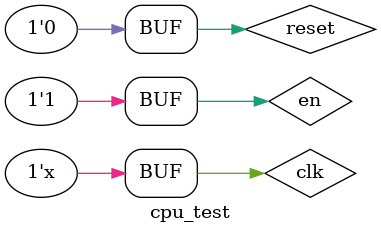
<source format=v>
`timescale 1ns / 1ps


module cpu_test;

	// Inputs
	reg clk = 0;
	reg en;
	reg reset;
	wire [15:0] mem_rd_data;

	// Outputs
	wire [15:0] mem_addr;
	wire mem_wr_en;
	wire mem_rd_en;
	wire [15:0] mem_wr_data;

	// Instantiate the Unit Under Test (UUT)
	cpu uut (
		.clk(clk), 
		.en(en), 
		.mem_rd_data(mem_rd_data), 
		.mem_addr(mem_addr), 
		.mem_wr_en(mem_wr_en), 
		.mem_rd_en(mem_rd_en), 
		.mem_wr_data(mem_wr_data)
	);

  block_ram ram (
    .clk(clk),
    .en(mem_rd_en | mem_wr_en),
    .wr_en(mem_wr_en),
    .addr(mem_addr[10:0]),
    .data_in(mem_wr_data),
    .data_out(mem_rd_data));
    
  always begin
    #10; clk = ~clk;
  end
	
  initial begin
		// Initialize Inputs
		en = 1;
		reset = 0;

		// Wait 100 ns for global reset to finish
		#100;
        
		// Add stimulus here

	end
      
endmodule


</source>
